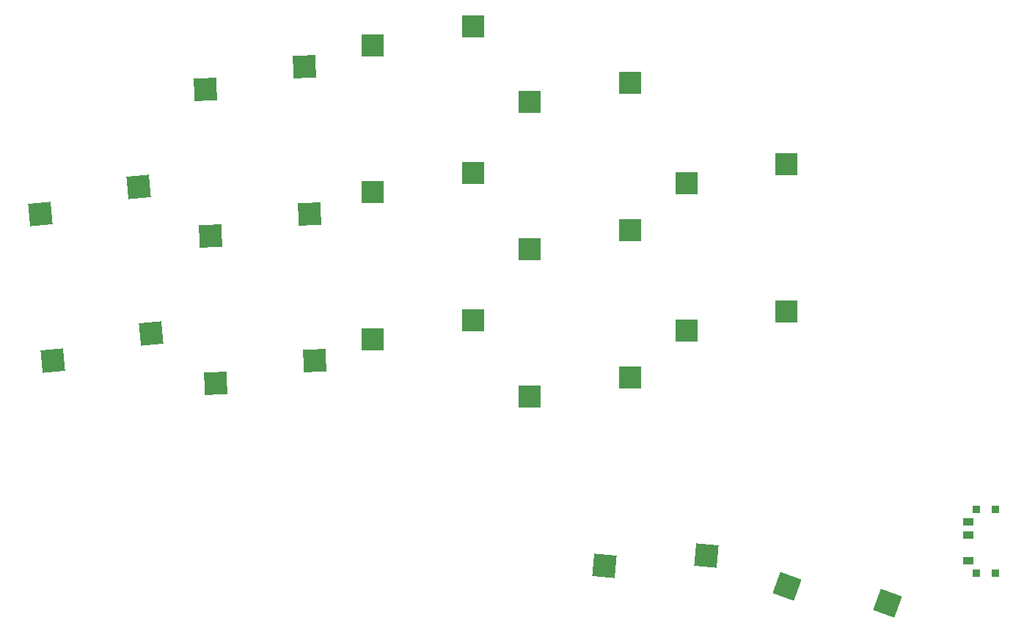
<source format=gtp>
%TF.GenerationSoftware,KiCad,Pcbnew,(6.0.4)*%
%TF.CreationDate,2022-06-21T01:29:20+02:00*%
%TF.ProjectId,battoota,62617474-6f6f-4746-912e-6b696361645f,v1.0.0*%
%TF.SameCoordinates,Original*%
%TF.FileFunction,Paste,Top*%
%TF.FilePolarity,Positive*%
%FSLAX46Y46*%
G04 Gerber Fmt 4.6, Leading zero omitted, Abs format (unit mm)*
G04 Created by KiCad (PCBNEW (6.0.4)) date 2022-06-21 01:29:20*
%MOMM*%
%LPD*%
G01*
G04 APERTURE LIST*
G04 Aperture macros list*
%AMRotRect*
0 Rectangle, with rotation*
0 The origin of the aperture is its center*
0 $1 length*
0 $2 width*
0 $3 Rotation angle, in degrees counterclockwise*
0 Add horizontal line*
21,1,$1,$2,0,0,$3*%
G04 Aperture macros list end*
%ADD10R,0.900000X0.900000*%
%ADD11R,1.250000X0.900000*%
%ADD12RotRect,2.600000X2.600000X2.000000*%
%ADD13R,2.600000X2.600000*%
%ADD14RotRect,2.600000X2.600000X340.000000*%
%ADD15RotRect,2.600000X2.600000X5.000000*%
%ADD16RotRect,2.600000X2.600000X355.000000*%
G04 APERTURE END LIST*
D10*
%TO.C,T1*%
X157904000Y55990000D03*
X160104000Y63390000D03*
X160104000Y55990000D03*
X157904000Y63390000D03*
D11*
X156929000Y57440000D03*
X156929000Y60440000D03*
X156929000Y61940000D03*
%TD*%
D12*
%TO.C,S11*%
X80335277Y114519117D03*
X68869092Y111917369D03*
%TD*%
D13*
%TO.C,S15*%
X99770816Y102196988D03*
X88220816Y99996989D03*
%TD*%
%TO.C,S21*%
X117886086Y95636016D03*
X106336086Y93436017D03*
%TD*%
%TO.C,S29*%
X135993279Y103228851D03*
X124443279Y101028852D03*
%TD*%
D14*
%TO.C,S33*%
X147611865Y52559786D03*
X136005971Y54442795D03*
%TD*%
D12*
%TO.C,S7*%
X81521861Y80539829D03*
X70055676Y77938081D03*
%TD*%
D15*
%TO.C,S5*%
X61163892Y100656147D03*
X49849586Y97457871D03*
%TD*%
D13*
%TO.C,S27*%
X135993279Y86228851D03*
X124443279Y84028852D03*
%TD*%
D12*
%TO.C,S9*%
X80928569Y97529473D03*
X69462384Y94927725D03*
%TD*%
D13*
%TO.C,S13*%
X99770816Y85196988D03*
X88220816Y82996989D03*
%TD*%
%TO.C,S17*%
X99770817Y119196988D03*
X88220817Y116996989D03*
%TD*%
D16*
%TO.C,S31*%
X126691133Y58073504D03*
X114993342Y56888526D03*
%TD*%
D15*
%TO.C,S3*%
X62645539Y83720835D03*
X51331233Y80522559D03*
%TD*%
D13*
%TO.C,S23*%
X117886086Y112636016D03*
X106336086Y110436017D03*
%TD*%
%TO.C,S19*%
X117886086Y78636016D03*
X106336086Y76436017D03*
%TD*%
M02*

</source>
